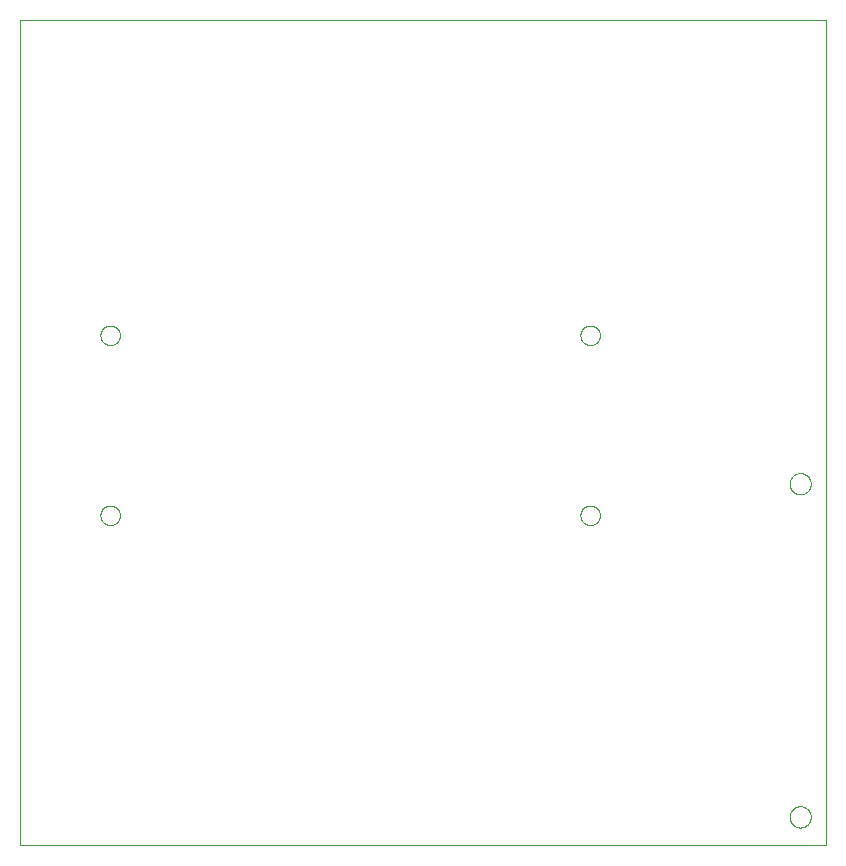
<source format=gbp>
G75*
%MOIN*%
%OFA0B0*%
%FSLAX25Y25*%
%IPPOS*%
%LPD*%
%AMOC8*
5,1,8,0,0,1.08239X$1,22.5*
%
%ADD10C,0.00000*%
D10*
X0014365Y0001000D02*
X0014365Y0275961D01*
X0283066Y0275961D01*
X0283066Y0001000D01*
X0014365Y0001000D01*
X0041115Y0111000D02*
X0041117Y0111113D01*
X0041123Y0111227D01*
X0041133Y0111340D01*
X0041147Y0111452D01*
X0041164Y0111564D01*
X0041186Y0111676D01*
X0041212Y0111786D01*
X0041241Y0111896D01*
X0041274Y0112004D01*
X0041311Y0112112D01*
X0041352Y0112217D01*
X0041396Y0112322D01*
X0041444Y0112425D01*
X0041495Y0112526D01*
X0041550Y0112625D01*
X0041609Y0112722D01*
X0041671Y0112817D01*
X0041736Y0112910D01*
X0041804Y0113001D01*
X0041875Y0113089D01*
X0041950Y0113175D01*
X0042027Y0113258D01*
X0042107Y0113338D01*
X0042190Y0113415D01*
X0042276Y0113490D01*
X0042364Y0113561D01*
X0042455Y0113629D01*
X0042548Y0113694D01*
X0042643Y0113756D01*
X0042740Y0113815D01*
X0042839Y0113870D01*
X0042940Y0113921D01*
X0043043Y0113969D01*
X0043148Y0114013D01*
X0043253Y0114054D01*
X0043361Y0114091D01*
X0043469Y0114124D01*
X0043579Y0114153D01*
X0043689Y0114179D01*
X0043801Y0114201D01*
X0043913Y0114218D01*
X0044025Y0114232D01*
X0044138Y0114242D01*
X0044252Y0114248D01*
X0044365Y0114250D01*
X0044478Y0114248D01*
X0044592Y0114242D01*
X0044705Y0114232D01*
X0044817Y0114218D01*
X0044929Y0114201D01*
X0045041Y0114179D01*
X0045151Y0114153D01*
X0045261Y0114124D01*
X0045369Y0114091D01*
X0045477Y0114054D01*
X0045582Y0114013D01*
X0045687Y0113969D01*
X0045790Y0113921D01*
X0045891Y0113870D01*
X0045990Y0113815D01*
X0046087Y0113756D01*
X0046182Y0113694D01*
X0046275Y0113629D01*
X0046366Y0113561D01*
X0046454Y0113490D01*
X0046540Y0113415D01*
X0046623Y0113338D01*
X0046703Y0113258D01*
X0046780Y0113175D01*
X0046855Y0113089D01*
X0046926Y0113001D01*
X0046994Y0112910D01*
X0047059Y0112817D01*
X0047121Y0112722D01*
X0047180Y0112625D01*
X0047235Y0112526D01*
X0047286Y0112425D01*
X0047334Y0112322D01*
X0047378Y0112217D01*
X0047419Y0112112D01*
X0047456Y0112004D01*
X0047489Y0111896D01*
X0047518Y0111786D01*
X0047544Y0111676D01*
X0047566Y0111564D01*
X0047583Y0111452D01*
X0047597Y0111340D01*
X0047607Y0111227D01*
X0047613Y0111113D01*
X0047615Y0111000D01*
X0047613Y0110887D01*
X0047607Y0110773D01*
X0047597Y0110660D01*
X0047583Y0110548D01*
X0047566Y0110436D01*
X0047544Y0110324D01*
X0047518Y0110214D01*
X0047489Y0110104D01*
X0047456Y0109996D01*
X0047419Y0109888D01*
X0047378Y0109783D01*
X0047334Y0109678D01*
X0047286Y0109575D01*
X0047235Y0109474D01*
X0047180Y0109375D01*
X0047121Y0109278D01*
X0047059Y0109183D01*
X0046994Y0109090D01*
X0046926Y0108999D01*
X0046855Y0108911D01*
X0046780Y0108825D01*
X0046703Y0108742D01*
X0046623Y0108662D01*
X0046540Y0108585D01*
X0046454Y0108510D01*
X0046366Y0108439D01*
X0046275Y0108371D01*
X0046182Y0108306D01*
X0046087Y0108244D01*
X0045990Y0108185D01*
X0045891Y0108130D01*
X0045790Y0108079D01*
X0045687Y0108031D01*
X0045582Y0107987D01*
X0045477Y0107946D01*
X0045369Y0107909D01*
X0045261Y0107876D01*
X0045151Y0107847D01*
X0045041Y0107821D01*
X0044929Y0107799D01*
X0044817Y0107782D01*
X0044705Y0107768D01*
X0044592Y0107758D01*
X0044478Y0107752D01*
X0044365Y0107750D01*
X0044252Y0107752D01*
X0044138Y0107758D01*
X0044025Y0107768D01*
X0043913Y0107782D01*
X0043801Y0107799D01*
X0043689Y0107821D01*
X0043579Y0107847D01*
X0043469Y0107876D01*
X0043361Y0107909D01*
X0043253Y0107946D01*
X0043148Y0107987D01*
X0043043Y0108031D01*
X0042940Y0108079D01*
X0042839Y0108130D01*
X0042740Y0108185D01*
X0042643Y0108244D01*
X0042548Y0108306D01*
X0042455Y0108371D01*
X0042364Y0108439D01*
X0042276Y0108510D01*
X0042190Y0108585D01*
X0042107Y0108662D01*
X0042027Y0108742D01*
X0041950Y0108825D01*
X0041875Y0108911D01*
X0041804Y0108999D01*
X0041736Y0109090D01*
X0041671Y0109183D01*
X0041609Y0109278D01*
X0041550Y0109375D01*
X0041495Y0109474D01*
X0041444Y0109575D01*
X0041396Y0109678D01*
X0041352Y0109783D01*
X0041311Y0109888D01*
X0041274Y0109996D01*
X0041241Y0110104D01*
X0041212Y0110214D01*
X0041186Y0110324D01*
X0041164Y0110436D01*
X0041147Y0110548D01*
X0041133Y0110660D01*
X0041123Y0110773D01*
X0041117Y0110887D01*
X0041115Y0111000D01*
X0041115Y0171000D02*
X0041117Y0171113D01*
X0041123Y0171227D01*
X0041133Y0171340D01*
X0041147Y0171452D01*
X0041164Y0171564D01*
X0041186Y0171676D01*
X0041212Y0171786D01*
X0041241Y0171896D01*
X0041274Y0172004D01*
X0041311Y0172112D01*
X0041352Y0172217D01*
X0041396Y0172322D01*
X0041444Y0172425D01*
X0041495Y0172526D01*
X0041550Y0172625D01*
X0041609Y0172722D01*
X0041671Y0172817D01*
X0041736Y0172910D01*
X0041804Y0173001D01*
X0041875Y0173089D01*
X0041950Y0173175D01*
X0042027Y0173258D01*
X0042107Y0173338D01*
X0042190Y0173415D01*
X0042276Y0173490D01*
X0042364Y0173561D01*
X0042455Y0173629D01*
X0042548Y0173694D01*
X0042643Y0173756D01*
X0042740Y0173815D01*
X0042839Y0173870D01*
X0042940Y0173921D01*
X0043043Y0173969D01*
X0043148Y0174013D01*
X0043253Y0174054D01*
X0043361Y0174091D01*
X0043469Y0174124D01*
X0043579Y0174153D01*
X0043689Y0174179D01*
X0043801Y0174201D01*
X0043913Y0174218D01*
X0044025Y0174232D01*
X0044138Y0174242D01*
X0044252Y0174248D01*
X0044365Y0174250D01*
X0044478Y0174248D01*
X0044592Y0174242D01*
X0044705Y0174232D01*
X0044817Y0174218D01*
X0044929Y0174201D01*
X0045041Y0174179D01*
X0045151Y0174153D01*
X0045261Y0174124D01*
X0045369Y0174091D01*
X0045477Y0174054D01*
X0045582Y0174013D01*
X0045687Y0173969D01*
X0045790Y0173921D01*
X0045891Y0173870D01*
X0045990Y0173815D01*
X0046087Y0173756D01*
X0046182Y0173694D01*
X0046275Y0173629D01*
X0046366Y0173561D01*
X0046454Y0173490D01*
X0046540Y0173415D01*
X0046623Y0173338D01*
X0046703Y0173258D01*
X0046780Y0173175D01*
X0046855Y0173089D01*
X0046926Y0173001D01*
X0046994Y0172910D01*
X0047059Y0172817D01*
X0047121Y0172722D01*
X0047180Y0172625D01*
X0047235Y0172526D01*
X0047286Y0172425D01*
X0047334Y0172322D01*
X0047378Y0172217D01*
X0047419Y0172112D01*
X0047456Y0172004D01*
X0047489Y0171896D01*
X0047518Y0171786D01*
X0047544Y0171676D01*
X0047566Y0171564D01*
X0047583Y0171452D01*
X0047597Y0171340D01*
X0047607Y0171227D01*
X0047613Y0171113D01*
X0047615Y0171000D01*
X0047613Y0170887D01*
X0047607Y0170773D01*
X0047597Y0170660D01*
X0047583Y0170548D01*
X0047566Y0170436D01*
X0047544Y0170324D01*
X0047518Y0170214D01*
X0047489Y0170104D01*
X0047456Y0169996D01*
X0047419Y0169888D01*
X0047378Y0169783D01*
X0047334Y0169678D01*
X0047286Y0169575D01*
X0047235Y0169474D01*
X0047180Y0169375D01*
X0047121Y0169278D01*
X0047059Y0169183D01*
X0046994Y0169090D01*
X0046926Y0168999D01*
X0046855Y0168911D01*
X0046780Y0168825D01*
X0046703Y0168742D01*
X0046623Y0168662D01*
X0046540Y0168585D01*
X0046454Y0168510D01*
X0046366Y0168439D01*
X0046275Y0168371D01*
X0046182Y0168306D01*
X0046087Y0168244D01*
X0045990Y0168185D01*
X0045891Y0168130D01*
X0045790Y0168079D01*
X0045687Y0168031D01*
X0045582Y0167987D01*
X0045477Y0167946D01*
X0045369Y0167909D01*
X0045261Y0167876D01*
X0045151Y0167847D01*
X0045041Y0167821D01*
X0044929Y0167799D01*
X0044817Y0167782D01*
X0044705Y0167768D01*
X0044592Y0167758D01*
X0044478Y0167752D01*
X0044365Y0167750D01*
X0044252Y0167752D01*
X0044138Y0167758D01*
X0044025Y0167768D01*
X0043913Y0167782D01*
X0043801Y0167799D01*
X0043689Y0167821D01*
X0043579Y0167847D01*
X0043469Y0167876D01*
X0043361Y0167909D01*
X0043253Y0167946D01*
X0043148Y0167987D01*
X0043043Y0168031D01*
X0042940Y0168079D01*
X0042839Y0168130D01*
X0042740Y0168185D01*
X0042643Y0168244D01*
X0042548Y0168306D01*
X0042455Y0168371D01*
X0042364Y0168439D01*
X0042276Y0168510D01*
X0042190Y0168585D01*
X0042107Y0168662D01*
X0042027Y0168742D01*
X0041950Y0168825D01*
X0041875Y0168911D01*
X0041804Y0168999D01*
X0041736Y0169090D01*
X0041671Y0169183D01*
X0041609Y0169278D01*
X0041550Y0169375D01*
X0041495Y0169474D01*
X0041444Y0169575D01*
X0041396Y0169678D01*
X0041352Y0169783D01*
X0041311Y0169888D01*
X0041274Y0169996D01*
X0041241Y0170104D01*
X0041212Y0170214D01*
X0041186Y0170324D01*
X0041164Y0170436D01*
X0041147Y0170548D01*
X0041133Y0170660D01*
X0041123Y0170773D01*
X0041117Y0170887D01*
X0041115Y0171000D01*
X0201115Y0171000D02*
X0201117Y0171113D01*
X0201123Y0171227D01*
X0201133Y0171340D01*
X0201147Y0171452D01*
X0201164Y0171564D01*
X0201186Y0171676D01*
X0201212Y0171786D01*
X0201241Y0171896D01*
X0201274Y0172004D01*
X0201311Y0172112D01*
X0201352Y0172217D01*
X0201396Y0172322D01*
X0201444Y0172425D01*
X0201495Y0172526D01*
X0201550Y0172625D01*
X0201609Y0172722D01*
X0201671Y0172817D01*
X0201736Y0172910D01*
X0201804Y0173001D01*
X0201875Y0173089D01*
X0201950Y0173175D01*
X0202027Y0173258D01*
X0202107Y0173338D01*
X0202190Y0173415D01*
X0202276Y0173490D01*
X0202364Y0173561D01*
X0202455Y0173629D01*
X0202548Y0173694D01*
X0202643Y0173756D01*
X0202740Y0173815D01*
X0202839Y0173870D01*
X0202940Y0173921D01*
X0203043Y0173969D01*
X0203148Y0174013D01*
X0203253Y0174054D01*
X0203361Y0174091D01*
X0203469Y0174124D01*
X0203579Y0174153D01*
X0203689Y0174179D01*
X0203801Y0174201D01*
X0203913Y0174218D01*
X0204025Y0174232D01*
X0204138Y0174242D01*
X0204252Y0174248D01*
X0204365Y0174250D01*
X0204478Y0174248D01*
X0204592Y0174242D01*
X0204705Y0174232D01*
X0204817Y0174218D01*
X0204929Y0174201D01*
X0205041Y0174179D01*
X0205151Y0174153D01*
X0205261Y0174124D01*
X0205369Y0174091D01*
X0205477Y0174054D01*
X0205582Y0174013D01*
X0205687Y0173969D01*
X0205790Y0173921D01*
X0205891Y0173870D01*
X0205990Y0173815D01*
X0206087Y0173756D01*
X0206182Y0173694D01*
X0206275Y0173629D01*
X0206366Y0173561D01*
X0206454Y0173490D01*
X0206540Y0173415D01*
X0206623Y0173338D01*
X0206703Y0173258D01*
X0206780Y0173175D01*
X0206855Y0173089D01*
X0206926Y0173001D01*
X0206994Y0172910D01*
X0207059Y0172817D01*
X0207121Y0172722D01*
X0207180Y0172625D01*
X0207235Y0172526D01*
X0207286Y0172425D01*
X0207334Y0172322D01*
X0207378Y0172217D01*
X0207419Y0172112D01*
X0207456Y0172004D01*
X0207489Y0171896D01*
X0207518Y0171786D01*
X0207544Y0171676D01*
X0207566Y0171564D01*
X0207583Y0171452D01*
X0207597Y0171340D01*
X0207607Y0171227D01*
X0207613Y0171113D01*
X0207615Y0171000D01*
X0207613Y0170887D01*
X0207607Y0170773D01*
X0207597Y0170660D01*
X0207583Y0170548D01*
X0207566Y0170436D01*
X0207544Y0170324D01*
X0207518Y0170214D01*
X0207489Y0170104D01*
X0207456Y0169996D01*
X0207419Y0169888D01*
X0207378Y0169783D01*
X0207334Y0169678D01*
X0207286Y0169575D01*
X0207235Y0169474D01*
X0207180Y0169375D01*
X0207121Y0169278D01*
X0207059Y0169183D01*
X0206994Y0169090D01*
X0206926Y0168999D01*
X0206855Y0168911D01*
X0206780Y0168825D01*
X0206703Y0168742D01*
X0206623Y0168662D01*
X0206540Y0168585D01*
X0206454Y0168510D01*
X0206366Y0168439D01*
X0206275Y0168371D01*
X0206182Y0168306D01*
X0206087Y0168244D01*
X0205990Y0168185D01*
X0205891Y0168130D01*
X0205790Y0168079D01*
X0205687Y0168031D01*
X0205582Y0167987D01*
X0205477Y0167946D01*
X0205369Y0167909D01*
X0205261Y0167876D01*
X0205151Y0167847D01*
X0205041Y0167821D01*
X0204929Y0167799D01*
X0204817Y0167782D01*
X0204705Y0167768D01*
X0204592Y0167758D01*
X0204478Y0167752D01*
X0204365Y0167750D01*
X0204252Y0167752D01*
X0204138Y0167758D01*
X0204025Y0167768D01*
X0203913Y0167782D01*
X0203801Y0167799D01*
X0203689Y0167821D01*
X0203579Y0167847D01*
X0203469Y0167876D01*
X0203361Y0167909D01*
X0203253Y0167946D01*
X0203148Y0167987D01*
X0203043Y0168031D01*
X0202940Y0168079D01*
X0202839Y0168130D01*
X0202740Y0168185D01*
X0202643Y0168244D01*
X0202548Y0168306D01*
X0202455Y0168371D01*
X0202364Y0168439D01*
X0202276Y0168510D01*
X0202190Y0168585D01*
X0202107Y0168662D01*
X0202027Y0168742D01*
X0201950Y0168825D01*
X0201875Y0168911D01*
X0201804Y0168999D01*
X0201736Y0169090D01*
X0201671Y0169183D01*
X0201609Y0169278D01*
X0201550Y0169375D01*
X0201495Y0169474D01*
X0201444Y0169575D01*
X0201396Y0169678D01*
X0201352Y0169783D01*
X0201311Y0169888D01*
X0201274Y0169996D01*
X0201241Y0170104D01*
X0201212Y0170214D01*
X0201186Y0170324D01*
X0201164Y0170436D01*
X0201147Y0170548D01*
X0201133Y0170660D01*
X0201123Y0170773D01*
X0201117Y0170887D01*
X0201115Y0171000D01*
X0201115Y0111000D02*
X0201117Y0111113D01*
X0201123Y0111227D01*
X0201133Y0111340D01*
X0201147Y0111452D01*
X0201164Y0111564D01*
X0201186Y0111676D01*
X0201212Y0111786D01*
X0201241Y0111896D01*
X0201274Y0112004D01*
X0201311Y0112112D01*
X0201352Y0112217D01*
X0201396Y0112322D01*
X0201444Y0112425D01*
X0201495Y0112526D01*
X0201550Y0112625D01*
X0201609Y0112722D01*
X0201671Y0112817D01*
X0201736Y0112910D01*
X0201804Y0113001D01*
X0201875Y0113089D01*
X0201950Y0113175D01*
X0202027Y0113258D01*
X0202107Y0113338D01*
X0202190Y0113415D01*
X0202276Y0113490D01*
X0202364Y0113561D01*
X0202455Y0113629D01*
X0202548Y0113694D01*
X0202643Y0113756D01*
X0202740Y0113815D01*
X0202839Y0113870D01*
X0202940Y0113921D01*
X0203043Y0113969D01*
X0203148Y0114013D01*
X0203253Y0114054D01*
X0203361Y0114091D01*
X0203469Y0114124D01*
X0203579Y0114153D01*
X0203689Y0114179D01*
X0203801Y0114201D01*
X0203913Y0114218D01*
X0204025Y0114232D01*
X0204138Y0114242D01*
X0204252Y0114248D01*
X0204365Y0114250D01*
X0204478Y0114248D01*
X0204592Y0114242D01*
X0204705Y0114232D01*
X0204817Y0114218D01*
X0204929Y0114201D01*
X0205041Y0114179D01*
X0205151Y0114153D01*
X0205261Y0114124D01*
X0205369Y0114091D01*
X0205477Y0114054D01*
X0205582Y0114013D01*
X0205687Y0113969D01*
X0205790Y0113921D01*
X0205891Y0113870D01*
X0205990Y0113815D01*
X0206087Y0113756D01*
X0206182Y0113694D01*
X0206275Y0113629D01*
X0206366Y0113561D01*
X0206454Y0113490D01*
X0206540Y0113415D01*
X0206623Y0113338D01*
X0206703Y0113258D01*
X0206780Y0113175D01*
X0206855Y0113089D01*
X0206926Y0113001D01*
X0206994Y0112910D01*
X0207059Y0112817D01*
X0207121Y0112722D01*
X0207180Y0112625D01*
X0207235Y0112526D01*
X0207286Y0112425D01*
X0207334Y0112322D01*
X0207378Y0112217D01*
X0207419Y0112112D01*
X0207456Y0112004D01*
X0207489Y0111896D01*
X0207518Y0111786D01*
X0207544Y0111676D01*
X0207566Y0111564D01*
X0207583Y0111452D01*
X0207597Y0111340D01*
X0207607Y0111227D01*
X0207613Y0111113D01*
X0207615Y0111000D01*
X0207613Y0110887D01*
X0207607Y0110773D01*
X0207597Y0110660D01*
X0207583Y0110548D01*
X0207566Y0110436D01*
X0207544Y0110324D01*
X0207518Y0110214D01*
X0207489Y0110104D01*
X0207456Y0109996D01*
X0207419Y0109888D01*
X0207378Y0109783D01*
X0207334Y0109678D01*
X0207286Y0109575D01*
X0207235Y0109474D01*
X0207180Y0109375D01*
X0207121Y0109278D01*
X0207059Y0109183D01*
X0206994Y0109090D01*
X0206926Y0108999D01*
X0206855Y0108911D01*
X0206780Y0108825D01*
X0206703Y0108742D01*
X0206623Y0108662D01*
X0206540Y0108585D01*
X0206454Y0108510D01*
X0206366Y0108439D01*
X0206275Y0108371D01*
X0206182Y0108306D01*
X0206087Y0108244D01*
X0205990Y0108185D01*
X0205891Y0108130D01*
X0205790Y0108079D01*
X0205687Y0108031D01*
X0205582Y0107987D01*
X0205477Y0107946D01*
X0205369Y0107909D01*
X0205261Y0107876D01*
X0205151Y0107847D01*
X0205041Y0107821D01*
X0204929Y0107799D01*
X0204817Y0107782D01*
X0204705Y0107768D01*
X0204592Y0107758D01*
X0204478Y0107752D01*
X0204365Y0107750D01*
X0204252Y0107752D01*
X0204138Y0107758D01*
X0204025Y0107768D01*
X0203913Y0107782D01*
X0203801Y0107799D01*
X0203689Y0107821D01*
X0203579Y0107847D01*
X0203469Y0107876D01*
X0203361Y0107909D01*
X0203253Y0107946D01*
X0203148Y0107987D01*
X0203043Y0108031D01*
X0202940Y0108079D01*
X0202839Y0108130D01*
X0202740Y0108185D01*
X0202643Y0108244D01*
X0202548Y0108306D01*
X0202455Y0108371D01*
X0202364Y0108439D01*
X0202276Y0108510D01*
X0202190Y0108585D01*
X0202107Y0108662D01*
X0202027Y0108742D01*
X0201950Y0108825D01*
X0201875Y0108911D01*
X0201804Y0108999D01*
X0201736Y0109090D01*
X0201671Y0109183D01*
X0201609Y0109278D01*
X0201550Y0109375D01*
X0201495Y0109474D01*
X0201444Y0109575D01*
X0201396Y0109678D01*
X0201352Y0109783D01*
X0201311Y0109888D01*
X0201274Y0109996D01*
X0201241Y0110104D01*
X0201212Y0110214D01*
X0201186Y0110324D01*
X0201164Y0110436D01*
X0201147Y0110548D01*
X0201133Y0110660D01*
X0201123Y0110773D01*
X0201117Y0110887D01*
X0201115Y0111000D01*
X0270822Y0121512D02*
X0270824Y0121630D01*
X0270830Y0121749D01*
X0270840Y0121867D01*
X0270854Y0121984D01*
X0270871Y0122101D01*
X0270893Y0122218D01*
X0270919Y0122333D01*
X0270948Y0122448D01*
X0270981Y0122562D01*
X0271018Y0122674D01*
X0271059Y0122785D01*
X0271103Y0122895D01*
X0271151Y0123003D01*
X0271203Y0123110D01*
X0271258Y0123215D01*
X0271317Y0123318D01*
X0271379Y0123418D01*
X0271444Y0123517D01*
X0271513Y0123614D01*
X0271584Y0123708D01*
X0271659Y0123799D01*
X0271737Y0123889D01*
X0271818Y0123975D01*
X0271902Y0124059D01*
X0271988Y0124140D01*
X0272078Y0124218D01*
X0272169Y0124293D01*
X0272263Y0124364D01*
X0272360Y0124433D01*
X0272459Y0124498D01*
X0272559Y0124560D01*
X0272662Y0124619D01*
X0272767Y0124674D01*
X0272874Y0124726D01*
X0272982Y0124774D01*
X0273092Y0124818D01*
X0273203Y0124859D01*
X0273315Y0124896D01*
X0273429Y0124929D01*
X0273544Y0124958D01*
X0273659Y0124984D01*
X0273776Y0125006D01*
X0273893Y0125023D01*
X0274010Y0125037D01*
X0274128Y0125047D01*
X0274247Y0125053D01*
X0274365Y0125055D01*
X0274483Y0125053D01*
X0274602Y0125047D01*
X0274720Y0125037D01*
X0274837Y0125023D01*
X0274954Y0125006D01*
X0275071Y0124984D01*
X0275186Y0124958D01*
X0275301Y0124929D01*
X0275415Y0124896D01*
X0275527Y0124859D01*
X0275638Y0124818D01*
X0275748Y0124774D01*
X0275856Y0124726D01*
X0275963Y0124674D01*
X0276068Y0124619D01*
X0276171Y0124560D01*
X0276271Y0124498D01*
X0276370Y0124433D01*
X0276467Y0124364D01*
X0276561Y0124293D01*
X0276652Y0124218D01*
X0276742Y0124140D01*
X0276828Y0124059D01*
X0276912Y0123975D01*
X0276993Y0123889D01*
X0277071Y0123799D01*
X0277146Y0123708D01*
X0277217Y0123614D01*
X0277286Y0123517D01*
X0277351Y0123418D01*
X0277413Y0123318D01*
X0277472Y0123215D01*
X0277527Y0123110D01*
X0277579Y0123003D01*
X0277627Y0122895D01*
X0277671Y0122785D01*
X0277712Y0122674D01*
X0277749Y0122562D01*
X0277782Y0122448D01*
X0277811Y0122333D01*
X0277837Y0122218D01*
X0277859Y0122101D01*
X0277876Y0121984D01*
X0277890Y0121867D01*
X0277900Y0121749D01*
X0277906Y0121630D01*
X0277908Y0121512D01*
X0277906Y0121394D01*
X0277900Y0121275D01*
X0277890Y0121157D01*
X0277876Y0121040D01*
X0277859Y0120923D01*
X0277837Y0120806D01*
X0277811Y0120691D01*
X0277782Y0120576D01*
X0277749Y0120462D01*
X0277712Y0120350D01*
X0277671Y0120239D01*
X0277627Y0120129D01*
X0277579Y0120021D01*
X0277527Y0119914D01*
X0277472Y0119809D01*
X0277413Y0119706D01*
X0277351Y0119606D01*
X0277286Y0119507D01*
X0277217Y0119410D01*
X0277146Y0119316D01*
X0277071Y0119225D01*
X0276993Y0119135D01*
X0276912Y0119049D01*
X0276828Y0118965D01*
X0276742Y0118884D01*
X0276652Y0118806D01*
X0276561Y0118731D01*
X0276467Y0118660D01*
X0276370Y0118591D01*
X0276271Y0118526D01*
X0276171Y0118464D01*
X0276068Y0118405D01*
X0275963Y0118350D01*
X0275856Y0118298D01*
X0275748Y0118250D01*
X0275638Y0118206D01*
X0275527Y0118165D01*
X0275415Y0118128D01*
X0275301Y0118095D01*
X0275186Y0118066D01*
X0275071Y0118040D01*
X0274954Y0118018D01*
X0274837Y0118001D01*
X0274720Y0117987D01*
X0274602Y0117977D01*
X0274483Y0117971D01*
X0274365Y0117969D01*
X0274247Y0117971D01*
X0274128Y0117977D01*
X0274010Y0117987D01*
X0273893Y0118001D01*
X0273776Y0118018D01*
X0273659Y0118040D01*
X0273544Y0118066D01*
X0273429Y0118095D01*
X0273315Y0118128D01*
X0273203Y0118165D01*
X0273092Y0118206D01*
X0272982Y0118250D01*
X0272874Y0118298D01*
X0272767Y0118350D01*
X0272662Y0118405D01*
X0272559Y0118464D01*
X0272459Y0118526D01*
X0272360Y0118591D01*
X0272263Y0118660D01*
X0272169Y0118731D01*
X0272078Y0118806D01*
X0271988Y0118884D01*
X0271902Y0118965D01*
X0271818Y0119049D01*
X0271737Y0119135D01*
X0271659Y0119225D01*
X0271584Y0119316D01*
X0271513Y0119410D01*
X0271444Y0119507D01*
X0271379Y0119606D01*
X0271317Y0119706D01*
X0271258Y0119809D01*
X0271203Y0119914D01*
X0271151Y0120021D01*
X0271103Y0120129D01*
X0271059Y0120239D01*
X0271018Y0120350D01*
X0270981Y0120462D01*
X0270948Y0120576D01*
X0270919Y0120691D01*
X0270893Y0120806D01*
X0270871Y0120923D01*
X0270854Y0121040D01*
X0270840Y0121157D01*
X0270830Y0121275D01*
X0270824Y0121394D01*
X0270822Y0121512D01*
X0270822Y0010488D02*
X0270824Y0010606D01*
X0270830Y0010725D01*
X0270840Y0010843D01*
X0270854Y0010960D01*
X0270871Y0011077D01*
X0270893Y0011194D01*
X0270919Y0011309D01*
X0270948Y0011424D01*
X0270981Y0011538D01*
X0271018Y0011650D01*
X0271059Y0011761D01*
X0271103Y0011871D01*
X0271151Y0011979D01*
X0271203Y0012086D01*
X0271258Y0012191D01*
X0271317Y0012294D01*
X0271379Y0012394D01*
X0271444Y0012493D01*
X0271513Y0012590D01*
X0271584Y0012684D01*
X0271659Y0012775D01*
X0271737Y0012865D01*
X0271818Y0012951D01*
X0271902Y0013035D01*
X0271988Y0013116D01*
X0272078Y0013194D01*
X0272169Y0013269D01*
X0272263Y0013340D01*
X0272360Y0013409D01*
X0272459Y0013474D01*
X0272559Y0013536D01*
X0272662Y0013595D01*
X0272767Y0013650D01*
X0272874Y0013702D01*
X0272982Y0013750D01*
X0273092Y0013794D01*
X0273203Y0013835D01*
X0273315Y0013872D01*
X0273429Y0013905D01*
X0273544Y0013934D01*
X0273659Y0013960D01*
X0273776Y0013982D01*
X0273893Y0013999D01*
X0274010Y0014013D01*
X0274128Y0014023D01*
X0274247Y0014029D01*
X0274365Y0014031D01*
X0274483Y0014029D01*
X0274602Y0014023D01*
X0274720Y0014013D01*
X0274837Y0013999D01*
X0274954Y0013982D01*
X0275071Y0013960D01*
X0275186Y0013934D01*
X0275301Y0013905D01*
X0275415Y0013872D01*
X0275527Y0013835D01*
X0275638Y0013794D01*
X0275748Y0013750D01*
X0275856Y0013702D01*
X0275963Y0013650D01*
X0276068Y0013595D01*
X0276171Y0013536D01*
X0276271Y0013474D01*
X0276370Y0013409D01*
X0276467Y0013340D01*
X0276561Y0013269D01*
X0276652Y0013194D01*
X0276742Y0013116D01*
X0276828Y0013035D01*
X0276912Y0012951D01*
X0276993Y0012865D01*
X0277071Y0012775D01*
X0277146Y0012684D01*
X0277217Y0012590D01*
X0277286Y0012493D01*
X0277351Y0012394D01*
X0277413Y0012294D01*
X0277472Y0012191D01*
X0277527Y0012086D01*
X0277579Y0011979D01*
X0277627Y0011871D01*
X0277671Y0011761D01*
X0277712Y0011650D01*
X0277749Y0011538D01*
X0277782Y0011424D01*
X0277811Y0011309D01*
X0277837Y0011194D01*
X0277859Y0011077D01*
X0277876Y0010960D01*
X0277890Y0010843D01*
X0277900Y0010725D01*
X0277906Y0010606D01*
X0277908Y0010488D01*
X0277906Y0010370D01*
X0277900Y0010251D01*
X0277890Y0010133D01*
X0277876Y0010016D01*
X0277859Y0009899D01*
X0277837Y0009782D01*
X0277811Y0009667D01*
X0277782Y0009552D01*
X0277749Y0009438D01*
X0277712Y0009326D01*
X0277671Y0009215D01*
X0277627Y0009105D01*
X0277579Y0008997D01*
X0277527Y0008890D01*
X0277472Y0008785D01*
X0277413Y0008682D01*
X0277351Y0008582D01*
X0277286Y0008483D01*
X0277217Y0008386D01*
X0277146Y0008292D01*
X0277071Y0008201D01*
X0276993Y0008111D01*
X0276912Y0008025D01*
X0276828Y0007941D01*
X0276742Y0007860D01*
X0276652Y0007782D01*
X0276561Y0007707D01*
X0276467Y0007636D01*
X0276370Y0007567D01*
X0276271Y0007502D01*
X0276171Y0007440D01*
X0276068Y0007381D01*
X0275963Y0007326D01*
X0275856Y0007274D01*
X0275748Y0007226D01*
X0275638Y0007182D01*
X0275527Y0007141D01*
X0275415Y0007104D01*
X0275301Y0007071D01*
X0275186Y0007042D01*
X0275071Y0007016D01*
X0274954Y0006994D01*
X0274837Y0006977D01*
X0274720Y0006963D01*
X0274602Y0006953D01*
X0274483Y0006947D01*
X0274365Y0006945D01*
X0274247Y0006947D01*
X0274128Y0006953D01*
X0274010Y0006963D01*
X0273893Y0006977D01*
X0273776Y0006994D01*
X0273659Y0007016D01*
X0273544Y0007042D01*
X0273429Y0007071D01*
X0273315Y0007104D01*
X0273203Y0007141D01*
X0273092Y0007182D01*
X0272982Y0007226D01*
X0272874Y0007274D01*
X0272767Y0007326D01*
X0272662Y0007381D01*
X0272559Y0007440D01*
X0272459Y0007502D01*
X0272360Y0007567D01*
X0272263Y0007636D01*
X0272169Y0007707D01*
X0272078Y0007782D01*
X0271988Y0007860D01*
X0271902Y0007941D01*
X0271818Y0008025D01*
X0271737Y0008111D01*
X0271659Y0008201D01*
X0271584Y0008292D01*
X0271513Y0008386D01*
X0271444Y0008483D01*
X0271379Y0008582D01*
X0271317Y0008682D01*
X0271258Y0008785D01*
X0271203Y0008890D01*
X0271151Y0008997D01*
X0271103Y0009105D01*
X0271059Y0009215D01*
X0271018Y0009326D01*
X0270981Y0009438D01*
X0270948Y0009552D01*
X0270919Y0009667D01*
X0270893Y0009782D01*
X0270871Y0009899D01*
X0270854Y0010016D01*
X0270840Y0010133D01*
X0270830Y0010251D01*
X0270824Y0010370D01*
X0270822Y0010488D01*
M02*

</source>
